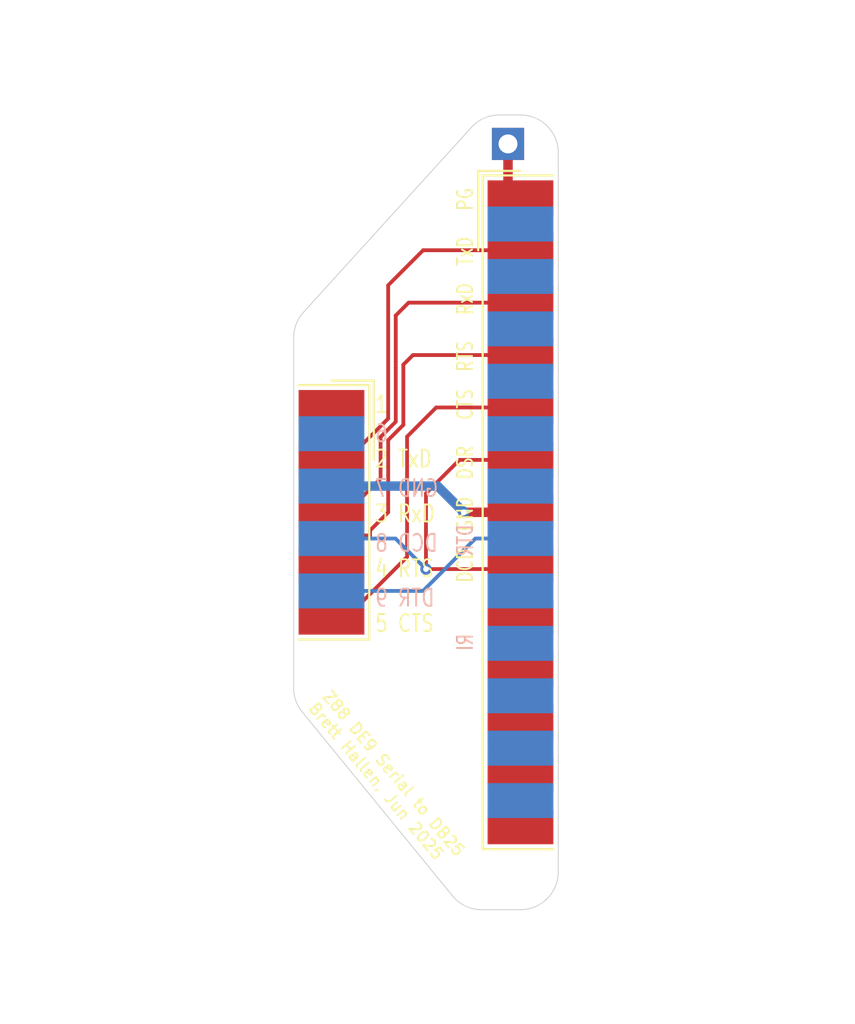
<source format=kicad_pcb>
(kicad_pcb (version 20241229) (generator "pcbnew") (generator_version "9.0")
  (title_block (title "Z88 Serial to DB25") (date "19-Jun-2025") (rev "A") (company "Brett Hallen") (comment 1 "www.youtube.com/@Brfff"))
  (layers (0 "F.Cu" signal) (2 "B.Cu" signal) (13 "F.Paste" user) (15 "B.Paste" user) (5 "F.SilkS" user "F.Silkscreen") (7 "B.SilkS" user "B.Silkscreen") (1 "F.Mask" user) (3 "B.Mask" user) (25 "Edge.Cuts" user))
  (net 0 "")
  (net 1 "DCD")
  (net 2 "RxD")
  (net 4 "GND")
  (net 5 "CTS")
  (net 6 "DTR")
  (net 7 "RTS")
  (net 9 "TxD")
  (net 26 "Net-(J3-Pin_1)")
  (footprint "Connector_PinHeader_2.54mm:PinHeader_1x01_P2.54mm_Vertical" (layer "F.Cu") (at 99.6975 41.236666)
    (property "Reference" "J3" (hide yes))
    (property "Value" "PG" (hide yes))
    (pad "1" thru_hole rect (at 0 0) (size 1.7 1.7) (drill 1) (layers "*.Cu" "*.Mask") (net 26 "Net-(J3-Pin_1)"))
  )
  (footprint "Connector_Dsub:DSUB-25_Socket_EdgeMount_P2.77mm" (layer "F.Cu") (at 100.3575 60.706666 90)
    (property "Reference" "J2" (hide yes))
    (property "Value" "DB25_Socket")
    (fp_line (start 18.043333 -2.24) (end 13.85 -2.24) (stroke (width 0.12)) (layer "F.SilkS"))
    (fp_line (start 17.803333 -2) (end -17.803333 -2) (stroke (width 0.12)) (layer "F.SilkS"))
    (fp_line (start -17.803333 -2) (end -17.803333 1.74) (stroke (width 0.12)) (layer "F.SilkS"))
    (fp_line (start 18.043333 0) (end 18.043333 -2.24) (stroke (width 0.12)) (layer "F.SilkS"))
    (fp_line (start 17.803333 1.74) (end 17.803333 -2) (stroke (width 0.12)) (layer "F.SilkS"))
    (pad "1" smd rect (at 16.62 0 90) (size 1.846667 3.48) (layers "F.Cu" "F.Mask" "F.Paste") (net 26 "Net-(J3-Pin_1)"))
    (pad "2" smd rect (at 13.85 0 90) (size 1.846667 3.48) (layers "F.Cu" "F.Mask" "F.Paste") (net 9 "TxD"))
    (pad "3" smd rect (at 11.08 0 90) (size 1.846667 3.48) (layers "F.Cu" "F.Mask" "F.Paste") (net 2 "RxD"))
    (pad "4" smd rect (at 8.31 0 90) (size 1.846667 3.48) (layers "F.Cu" "F.Mask" "F.Paste") (net 7 "RTS"))
    (pad "5" smd rect (at 5.54 0 90) (size 1.846667 3.48) (layers "F.Cu" "F.Mask" "F.Paste") (net 5 "CTS"))
    (pad "6" smd rect (at 2.77 0 90) (size 1.846667 3.48) (layers "F.Cu" "F.Mask" "F.Paste") (net 1 "DCD"))
    (pad "7" smd rect (at 0 0 90) (size 1.846667 3.48) (layers "F.Cu" "F.Mask" "F.Paste") (net 4 "GND"))
    (pad "8" smd rect (at -2.77 0 90) (size 1.846667 3.48) (layers "F.Cu" "F.Mask" "F.Paste") (net 1 "DCD"))
    (pad "9" smd rect (at -5.54 0 90) (size 1.846667 3.48) (layers "F.Cu" "F.Mask" "F.Paste"))
    (pad "10" smd rect (at -8.31 0 90) (size 1.846667 3.48) (layers "F.Cu" "F.Mask" "F.Paste"))
    (pad "11" smd rect (at -11.08 0 90) (size 1.846667 3.48) (layers "F.Cu" "F.Mask" "F.Paste"))
    (pad "12" smd rect (at -13.85 0 90) (size 1.846667 3.48) (layers "F.Cu" "F.Mask" "F.Paste"))
    (pad "13" smd rect (at -16.62 0 90) (size 1.846667 3.48) (layers "F.Cu" "F.Mask" "F.Paste"))
    (pad "14" smd rect (at 15.235 0 90) (size 1.846667 3.48) (layers "B.Cu" "B.Mask" "B.Paste"))
    (pad "15" smd rect (at 12.465 0 90) (size 1.846667 3.48) (layers "B.Cu" "B.Mask" "B.Paste"))
    (pad "16" smd rect (at 9.695 0 90) (size 1.846667 3.48) (layers "B.Cu" "B.Mask" "B.Paste"))
    (pad "17" smd rect (at 6.925 0 90) (size 1.846667 3.48) (layers "B.Cu" "B.Mask" "B.Paste"))
    (pad "18" smd rect (at 4.155 0 90) (size 1.846667 3.48) (layers "B.Cu" "B.Mask" "B.Paste"))
    (pad "19" smd rect (at 1.385 0 90) (size 1.846667 3.48) (layers "B.Cu" "B.Mask" "B.Paste"))
    (pad "20" smd rect (at -1.385 0 90) (size 1.846667 3.48) (layers "B.Cu" "B.Mask" "B.Paste") (net 6 "DTR"))
    (pad "21" smd rect (at -4.155 0 90) (size 1.846667 3.48) (layers "B.Cu" "B.Mask" "B.Paste"))
    (pad "22" smd rect (at -6.925 0 90) (size 1.846667 3.48) (layers "B.Cu" "B.Mask" "B.Paste"))
    (pad "23" smd rect (at -9.695 0 90) (size 1.846667 3.48) (layers "B.Cu" "B.Mask" "B.Paste"))
    (pad "24" smd rect (at -12.465 0 90) (size 1.846667 3.48) (layers "B.Cu" "B.Mask" "B.Paste"))
    (pad "25" smd rect (at -15.235 0 90) (size 1.846667 3.48) (layers "B.Cu" "B.Mask" "B.Paste"))
  )
  (footprint "Connector_Dsub:DSUB-9_Pins_EdgeMount_P2.77mm" (layer "F.Cu") (at 90.3575 60.706666 -90)
    (property "Reference" "J1" (hide yes))
    (property "Value" "Z88_Serial")
    (fp_line (start 6.723333 1.74) (end 6.723333 -2) (stroke (width 0.12)) (layer "F.SilkS"))
    (fp_line (start -6.963333 0) (end -6.963333 -2.24) (stroke (width 0.12)) (layer "F.SilkS"))
    (fp_line (start -6.723333 -2) (end -6.723333 1.74) (stroke (width 0.12)) (layer "F.SilkS"))
    (fp_line (start 6.723333 -2) (end -6.723333 -2) (stroke (width 0.12)) (layer "F.SilkS"))
    (fp_line (start -6.963333 -2.24) (end -2.77 -2.24) (stroke (width 0.12)) (layer "F.SilkS"))
    (pad "1" smd rect (at -5.54 0 270) (size 1.846667 3.48) (layers "F.Cu" "F.Mask" "F.Paste"))
    (pad "2" smd rect (at -2.77 0 270) (size 1.846667 3.48) (layers "F.Cu" "F.Mask" "F.Paste") (net 9 "TxD"))
    (pad "3" smd rect (at 0 0 270) (size 1.846667 3.48) (layers "F.Cu" "F.Mask" "F.Paste") (net 2 "RxD"))
    (pad "4" smd rect (at 2.77 0 270) (size 1.846667 3.48) (layers "F.Cu" "F.Mask" "F.Paste") (net 7 "RTS"))
    (pad "5" smd rect (at 5.54 0 270) (size 1.846667 3.48) (layers "F.Cu" "F.Mask" "F.Paste") (net 5 "CTS"))
    (pad "6" smd rect (at -4.155 0 270) (size 1.846667 3.48) (layers "B.Cu" "B.Mask" "B.Paste"))
    (pad "7" smd rect (at -1.385 0 270) (size 1.846667 3.48) (layers "B.Cu" "B.Mask" "B.Paste") (net 4 "GND"))
    (pad "8" smd rect (at 1.385 0 270) (size 1.846667 3.48) (layers "B.Cu" "B.Mask" "B.Paste") (net 1 "DCD"))
    (pad "9" smd rect (at 4.155 0 270) (size 1.846667 3.48) (layers "B.Cu" "B.Mask" "B.Paste") (net 6 "DTR"))
  )
  (gr_arc (start 97.76236 40.36132) (mid 98.433133 39.877637) (end 99.24224 39.706666) (stroke (width 0.05)) (layer "Edge.Cuts"))
  (gr_line (start 96.757344 80.973142) (end 88.809585 71.259215) (stroke (width 0.05)) (layer "Edge.Cuts"))
  (gr_arc (start 88.3575 51.47988) (mid 88.492056 50.758686) (end 88.87762 50.134534) (stroke (width 0.05)) (layer "Edge.Cuts"))
  (gr_arc (start 98.305258 81.706666) (mid 97.448798 81.514006) (end 96.757344 80.973142) (stroke (width 0.05)) (layer "Edge.Cuts"))
  (gr_line (start 88.87762 50.134534) (end 97.76236 40.36132) (stroke (width 0.05)) (layer "Edge.Cuts"))
  (gr_arc (start 102.3575 79.706666) (mid 101.771714 81.12088) (end 100.3575 81.706666) (stroke (width 0.05)) (layer "Edge.Cuts"))
  (gr_line (start 102.3575 41.706666) (end 102.3575 79.706666) (stroke (width 0.05)) (layer "Edge.Cuts"))
  (gr_arc (start 88.809585 71.259215) (mid 88.473917 70.665111) (end 88.3575 69.992739) (stroke (width 0.05)) (layer "Edge.Cuts"))
  (gr_arc (start 100.3575 39.706666) (mid 101.771714 40.292452) (end 102.3575 41.706666) (stroke (width 0.05)) (layer "Edge.Cuts"))
  (gr_line (start 99.24224 39.706666) (end 100.3575 39.706666) (stroke (width 0.05)) (layer "Edge.Cuts"))
  (gr_line (start 88.3575 69.992739) (end 88.3575 51.47988) (stroke (width 0.05)) (layer "Edge.Cuts"))
  (gr_line (start 100.3575 81.706666) (end 98.305258 81.706666) (stroke (width 0.05)) (layer "Edge.Cuts"))
  (gr_text "DCD  GND  DSR   CTS  RTS   RxD  TxD   PG" (at 97.8975 64.486666 90) (layer "F.SilkS") (effects (font (size 0.8 0.6) (thickness 0.1) (bold yes)) (justify left bottom)))
  (gr_text "1\n\n2 TxD\n\n3 RxD\n\n4 RTS\n\n5 CTS" (at 92.6075 67.101582 0) (layer "F.SilkS") (effects (font (size 0.9 0.7) (thickness 0.1)) (justify left bottom)))
  (gr_text "Z88 DE9 Serial to DB25\nBrett Hallen, Jun 2025" (at 89.0275 71.056666 310) (layer "F.SilkS") (effects (font (size 0.6 0.6) (thickness 0.1) (bold yes)) (justify left bottom)))
  (gr_text "6\n\nGND 7\n\nDCD 8\n\nDTR 9" (at 92.6075 65.758404 0) (layer "B.SilkS") (effects (font (size 0.9 0.7) (thickness 0.1)) (justify right bottom mirror)))
  (gr_text "DTR         RI" (at 97.8975 61.296666 90) (layer "B.SilkS") (effects (font (size 0.8 0.6) (thickness 0.1) (bold yes)) (justify left bottom mirror)))
  (segment (start 95.3575 59.706666) (end 97.1275 57.936666) (width 0.2) (layer "F.Cu") (net 1))
  (segment (start 100.1275 63.706666) (end 100.3575 63.476666) (width 0.2) (layer "F.Cu") (net 1))
  (segment (start 95.3575 63.706666) (end 95.3575 59.706666) (width 0.2) (layer "F.Cu") (net 1))
  (segment (start 95.3575 63.706666) (end 100.1275 63.706666) (width 0.2) (layer "F.Cu") (net 1))
  (segment (start 97.1275 57.936666) (end 100.3575 57.936666) (width 0.2) (layer "F.Cu") (net 1))
  (via (at 95.3575 63.706666) (size 0.6) (drill 0.3) (layers "F.Cu" "B.Cu") (net 1))
  (segment (start 90.3575 62.091666) (end 93.7425 62.091666) (width 0.2) (layer "B.Cu") (net 1))
  (segment (start 93.7425 62.091666) (end 95.3575 63.706666) (width 0.2) (layer "B.Cu") (net 1))
  (segment (start 93.3575 56.320433) (end 93.7585 55.919433) (width 0.2) (layer "F.Cu") (net 2))
  (segment (start 93.1914 56.486533) (end 93.3575 56.320433) (width 0.2) (layer "F.Cu") (net 2))
  (segment (start 94.4375 49.626666) (end 100.3575 49.626666) (width 0.2) (layer "F.Cu") (net 2))
  (segment (start 93.7585 55.919433) (end 93.7585 53.070766) (width 0.2) (layer "F.Cu") (net 2))
  (segment (start 92.9565 56.721433) (end 93.1914 56.486533) (width 0.2) (layer "F.Cu") (net 2))
  (segment (start 92.9565 58.924333) (end 92.9565 57.053633) (width 0.2) (layer "F.Cu") (net 2))
  (segment (start 93.7585 50.305666) (end 94.4375 49.626666) (width 0.2) (layer "F.Cu") (net 2))
  (segment (start 93.7585 52.738566) (end 93.7585 50.305666) (width 0.2) (layer "F.Cu") (net 2))
  (segment (start 90.3575 60.706666) (end 91.174167 60.706666) (width 0.2) (layer "F.Cu") (net 2))
  (segment (start 93.7585 53.070766) (end 93.7585 52.738566) (width 0.2) (layer "F.Cu") (net 2))
  (segment (start 91.174167 60.706666) (end 92.9565 58.924333) (width 0.2) (layer "F.Cu") (net 2))
  (segment (start 92.9565 57.053633) (end 92.9565 56.721433) (width 0.2) (layer "F.Cu") (net 2))
  (segment (start 97.3575 60.706666) (end 100.3575 60.706666) (width 0.5) (layer "F.Cu") (net 4))
  (via (at 97.3575 60.706666) (size 0.6) (drill 0.3) (layers "F.Cu" "B.Cu") (net 4))
  (segment (start 95.9725 59.321666) (end 97.3575 60.706666) (width 0.5) (layer "B.Cu") (net 4))
  (segment (start 90.3575 59.321666) (end 95.9725 59.321666) (width 0.5) (layer "B.Cu") (net 4))
  (segment (start 95.8975 55.166666) (end 100.3575 55.166666) (width 0.2) (layer "F.Cu") (net 5))
  (segment (start 90.3575 66.246666) (end 91.174167 66.246666) (width 0.2) (layer "F.Cu") (net 5))
  (segment (start 94.3575 63.063333) (end 94.3575 56.706666) (width 0.2) (layer "F.Cu") (net 5))
  (segment (start 91.174167 66.246666) (end 94.3575 63.063333) (width 0.2) (layer "F.Cu") (net 5))
  (segment (start 94.3575 56.706666) (end 95.8975 55.166666) (width 0.2) (layer "F.Cu") (net 5))
  (segment (start 90.3575 64.861666) (end 95.2025 64.861666) (width 0.2) (layer "B.Cu") (net 6))
  (segment (start 97.9725 62.091666) (end 100.3575 62.091666) (width 0.2) (layer "B.Cu") (net 6))
  (segment (start 95.2025 64.861666) (end 97.9725 62.091666) (width 0.2) (layer "B.Cu") (net 6))
  (segment (start 90.3575 63.476666) (end 90.5875 63.476666) (width 0.2) (layer "F.Cu") (net 7))
  (segment (start 90.5875 63.476666) (end 92.133167 61.930999) (width 0.2) (layer "F.Cu") (net 7))
  (segment (start 92.133167 61.930999) (end 92.3985 61.930999) (width 0.2) (layer "F.Cu") (net 7))
  (segment (start 92.3985 61.665666) (end 93.3575 60.706666) (width 0.2) (layer "F.Cu") (net 7))
  (segment (start 94.1595 52.904666) (end 94.6675 52.396666) (width 0.2) (layer "F.Cu") (net 7))
  (segment (start 92.3985 61.930999) (end 92.3985 61.665666) (width 0.2) (layer "F.Cu") (net 7))
  (segment (start 94.1595 56.085533) (end 94.1595 52.904666) (width 0.2) (layer "F.Cu") (net 7))
  (segment (start 94.6675 52.396666) (end 100.3575 52.396666) (width 0.2) (layer "F.Cu") (net 7))
  (segment (start 93.3575 60.706666) (end 93.3575 56.887533) (width 0.2) (layer "F.Cu") (net 7))
  (segment (start 93.3575 56.887533) (end 94.1595 56.085533) (width 0.2) (layer "F.Cu") (net 7))
  (segment (start 91.174167 57.936666) (end 90.3575 57.936666) (width 0.2) (layer "F.Cu") (net 9))
  (segment (start 100.3575 46.856666) (end 95.2075 46.856666) (width 0.2) (layer "F.Cu") (net 9))
  (segment (start 95.2075 46.856666) (end 93.3575 48.706666) (width 0.2) (layer "F.Cu") (net 9))
  (segment (start 93.3575 55.753333) (end 91.174167 57.936666) (width 0.2) (layer "F.Cu") (net 9))
  (segment (start 93.3575 48.706666) (end 93.3575 55.753333) (width 0.2) (layer "F.Cu") (net 9))
  (segment (start 99.6975 41.236666) (end 99.6975 43.426666) (width 0.5) (layer "F.Cu") (net 26))
  (segment (start 100.303253 44.140913) (end 100.3575 44.086666) (width 0.5) (layer "F.Cu") (net 26))
  (segment (start 99.6975 43.426666) (end 100.3575 44.086666) (width 0.5) (layer "F.Cu") (net 26))
)
</source>
